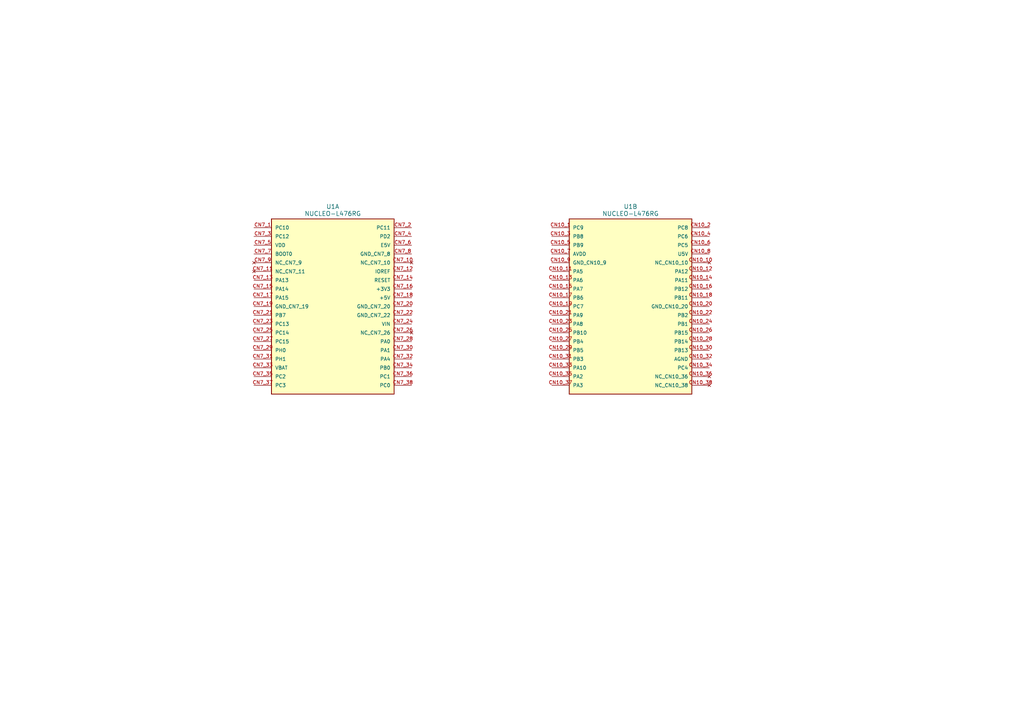
<source format=kicad_sch>
(kicad_sch (version 20230121) (generator eeschema)

  (uuid 98d35679-0895-4c8b-b728-bcd9168520e6)

  (paper "A4")

  (lib_symbols
    (symbol "NUCLEO-L476RG:NUCLEO-L476RG" (pin_names (offset 1.016)) (in_bom yes) (on_board yes)
      (property "Reference" "U" (at -17.78 26.162 0)
        (effects (font (size 1.27 1.27)) (justify left bottom))
      )
      (property "Value" "NUCLEO-L476RG" (at -17.78 -27.94 0)
        (effects (font (size 1.27 1.27)) (justify left bottom))
      )
      (property "Footprint" "NUCLEO-L476RG:MODULE_NUCLEO-L476RG" (at 0 0 0)
        (effects (font (size 1.27 1.27)) (justify bottom) hide)
      )
      (property "Datasheet" "" (at 0 0 0)
        (effects (font (size 1.27 1.27)) hide)
      )
      (property "MF" "STMicroelectronics" (at 0 0 0)
        (effects (font (size 1.27 1.27)) (justify bottom) hide)
      )
      (property "Description" "\nSTM32L476RG, mbed-Enabled Development Nucleo-64 STM32L4 ARM® Cortex®-M4 MCU 32-Bit Embedded Evaluation Board\n" (at 0 0 0)
        (effects (font (size 1.27 1.27)) (justify bottom) hide)
      )
      (property "Package" "None" (at 0 0 0)
        (effects (font (size 1.27 1.27)) (justify bottom) hide)
      )
      (property "Price" "None" (at 0 0 0)
        (effects (font (size 1.27 1.27)) (justify bottom) hide)
      )
      (property "Check_prices" "https://www.snapeda.com/parts/NUCLEO-L476RG/STMicroelectronics/view-part/?ref=eda" (at 0 0 0)
        (effects (font (size 1.27 1.27)) (justify bottom) hide)
      )
      (property "STANDARD" "Manufacturer Recommendations" (at 0 0 0)
        (effects (font (size 1.27 1.27)) (justify bottom) hide)
      )
      (property "PARTREV" "15" (at 0 0 0)
        (effects (font (size 1.27 1.27)) (justify bottom) hide)
      )
      (property "SnapEDA_Link" "https://www.snapeda.com/parts/NUCLEO-L476RG/STMicroelectronics/view-part/?ref=snap" (at 0 0 0)
        (effects (font (size 1.27 1.27)) (justify bottom) hide)
      )
      (property "MP" "NUCLEO-L476RG" (at 0 0 0)
        (effects (font (size 1.27 1.27)) (justify bottom) hide)
      )
      (property "Purchase-URL" "https://www.snapeda.com/api/url_track_click_mouser/?unipart_id=214577&manufacturer=STMicroelectronics&part_name=NUCLEO-L476RG&search_term=nucleo l476" (at 0 0 0)
        (effects (font (size 1.27 1.27)) (justify bottom) hide)
      )
      (property "Availability" "In Stock" (at 0 0 0)
        (effects (font (size 1.27 1.27)) (justify bottom) hide)
      )
      (property "MANUFACTURER" "STmicroelectronics" (at 0 0 0)
        (effects (font (size 1.27 1.27)) (justify bottom) hide)
      )
      (symbol "NUCLEO-L476RG_1_0"
        (rectangle (start -17.78 -25.4) (end 17.78 25.4)
          (stroke (width 0.254) (type default))
          (fill (type background))
        )
        (pin bidirectional line (at -22.86 22.86 0) (length 5.08)
          (name "PC10" (effects (font (size 1.016 1.016))))
          (number "CN7_1" (effects (font (size 1.016 1.016))))
        )
        (pin no_connect line (at 22.86 12.7 180) (length 5.08)
          (name "NC_CN7_10" (effects (font (size 1.016 1.016))))
          (number "CN7_10" (effects (font (size 1.016 1.016))))
        )
        (pin no_connect line (at -22.86 10.16 0) (length 5.08)
          (name "NC_CN7_11" (effects (font (size 1.016 1.016))))
          (number "CN7_11" (effects (font (size 1.016 1.016))))
        )
        (pin input line (at 22.86 10.16 180) (length 5.08)
          (name "IOREF" (effects (font (size 1.016 1.016))))
          (number "CN7_12" (effects (font (size 1.016 1.016))))
        )
        (pin bidirectional line (at -22.86 7.62 0) (length 5.08)
          (name "PA13" (effects (font (size 1.016 1.016))))
          (number "CN7_13" (effects (font (size 1.016 1.016))))
        )
        (pin input line (at 22.86 7.62 180) (length 5.08)
          (name "RESET" (effects (font (size 1.016 1.016))))
          (number "CN7_14" (effects (font (size 1.016 1.016))))
        )
        (pin bidirectional line (at -22.86 5.08 0) (length 5.08)
          (name "PA14" (effects (font (size 1.016 1.016))))
          (number "CN7_15" (effects (font (size 1.016 1.016))))
        )
        (pin power_in line (at 22.86 5.08 180) (length 5.08)
          (name "+3V3" (effects (font (size 1.016 1.016))))
          (number "CN7_16" (effects (font (size 1.016 1.016))))
        )
        (pin bidirectional line (at -22.86 2.54 0) (length 5.08)
          (name "PA15" (effects (font (size 1.016 1.016))))
          (number "CN7_17" (effects (font (size 1.016 1.016))))
        )
        (pin power_in line (at 22.86 2.54 180) (length 5.08)
          (name "+5V" (effects (font (size 1.016 1.016))))
          (number "CN7_18" (effects (font (size 1.016 1.016))))
        )
        (pin power_in line (at -22.86 0 0) (length 5.08)
          (name "GND_CN7_19" (effects (font (size 1.016 1.016))))
          (number "CN7_19" (effects (font (size 1.016 1.016))))
        )
        (pin bidirectional line (at 22.86 22.86 180) (length 5.08)
          (name "PC11" (effects (font (size 1.016 1.016))))
          (number "CN7_2" (effects (font (size 1.016 1.016))))
        )
        (pin power_in line (at 22.86 0 180) (length 5.08)
          (name "GND_CN7_20" (effects (font (size 1.016 1.016))))
          (number "CN7_20" (effects (font (size 1.016 1.016))))
        )
        (pin bidirectional line (at -22.86 -2.54 0) (length 5.08)
          (name "PB7" (effects (font (size 1.016 1.016))))
          (number "CN7_21" (effects (font (size 1.016 1.016))))
        )
        (pin power_in line (at 22.86 -2.54 180) (length 5.08)
          (name "GND_CN7_22" (effects (font (size 1.016 1.016))))
          (number "CN7_22" (effects (font (size 1.016 1.016))))
        )
        (pin bidirectional line (at -22.86 -5.08 0) (length 5.08)
          (name "PC13" (effects (font (size 1.016 1.016))))
          (number "CN7_23" (effects (font (size 1.016 1.016))))
        )
        (pin power_in line (at 22.86 -5.08 180) (length 5.08)
          (name "VIN" (effects (font (size 1.016 1.016))))
          (number "CN7_24" (effects (font (size 1.016 1.016))))
        )
        (pin bidirectional line (at -22.86 -7.62 0) (length 5.08)
          (name "PC14" (effects (font (size 1.016 1.016))))
          (number "CN7_25" (effects (font (size 1.016 1.016))))
        )
        (pin no_connect line (at 22.86 -7.62 180) (length 5.08)
          (name "NC_CN7_26" (effects (font (size 1.016 1.016))))
          (number "CN7_26" (effects (font (size 1.016 1.016))))
        )
        (pin bidirectional line (at -22.86 -10.16 0) (length 5.08)
          (name "PC15" (effects (font (size 1.016 1.016))))
          (number "CN7_27" (effects (font (size 1.016 1.016))))
        )
        (pin bidirectional line (at 22.86 -10.16 180) (length 5.08)
          (name "PA0" (effects (font (size 1.016 1.016))))
          (number "CN7_28" (effects (font (size 1.016 1.016))))
        )
        (pin bidirectional line (at -22.86 -12.7 0) (length 5.08)
          (name "PH0" (effects (font (size 1.016 1.016))))
          (number "CN7_29" (effects (font (size 1.016 1.016))))
        )
        (pin bidirectional line (at -22.86 20.32 0) (length 5.08)
          (name "PC12" (effects (font (size 1.016 1.016))))
          (number "CN7_3" (effects (font (size 1.016 1.016))))
        )
        (pin bidirectional line (at 22.86 -12.7 180) (length 5.08)
          (name "PA1" (effects (font (size 1.016 1.016))))
          (number "CN7_30" (effects (font (size 1.016 1.016))))
        )
        (pin bidirectional line (at -22.86 -15.24 0) (length 5.08)
          (name "PH1" (effects (font (size 1.016 1.016))))
          (number "CN7_31" (effects (font (size 1.016 1.016))))
        )
        (pin bidirectional line (at 22.86 -15.24 180) (length 5.08)
          (name "PA4" (effects (font (size 1.016 1.016))))
          (number "CN7_32" (effects (font (size 1.016 1.016))))
        )
        (pin power_in line (at -22.86 -17.78 0) (length 5.08)
          (name "VBAT" (effects (font (size 1.016 1.016))))
          (number "CN7_33" (effects (font (size 1.016 1.016))))
        )
        (pin bidirectional line (at 22.86 -17.78 180) (length 5.08)
          (name "PB0" (effects (font (size 1.016 1.016))))
          (number "CN7_34" (effects (font (size 1.016 1.016))))
        )
        (pin bidirectional line (at -22.86 -20.32 0) (length 5.08)
          (name "PC2" (effects (font (size 1.016 1.016))))
          (number "CN7_35" (effects (font (size 1.016 1.016))))
        )
        (pin bidirectional line (at 22.86 -20.32 180) (length 5.08)
          (name "PC1" (effects (font (size 1.016 1.016))))
          (number "CN7_36" (effects (font (size 1.016 1.016))))
        )
        (pin bidirectional line (at -22.86 -22.86 0) (length 5.08)
          (name "PC3" (effects (font (size 1.016 1.016))))
          (number "CN7_37" (effects (font (size 1.016 1.016))))
        )
        (pin bidirectional line (at 22.86 -22.86 180) (length 5.08)
          (name "PC0" (effects (font (size 1.016 1.016))))
          (number "CN7_38" (effects (font (size 1.016 1.016))))
        )
        (pin bidirectional line (at 22.86 20.32 180) (length 5.08)
          (name "PD2" (effects (font (size 1.016 1.016))))
          (number "CN7_4" (effects (font (size 1.016 1.016))))
        )
        (pin power_in line (at -22.86 17.78 0) (length 5.08)
          (name "VDD" (effects (font (size 1.016 1.016))))
          (number "CN7_5" (effects (font (size 1.016 1.016))))
        )
        (pin power_in line (at 22.86 17.78 180) (length 5.08)
          (name "E5V" (effects (font (size 1.016 1.016))))
          (number "CN7_6" (effects (font (size 1.016 1.016))))
        )
        (pin input line (at -22.86 15.24 0) (length 5.08)
          (name "BOOT0" (effects (font (size 1.016 1.016))))
          (number "CN7_7" (effects (font (size 1.016 1.016))))
        )
        (pin power_in line (at 22.86 15.24 180) (length 5.08)
          (name "GND_CN7_8" (effects (font (size 1.016 1.016))))
          (number "CN7_8" (effects (font (size 1.016 1.016))))
        )
        (pin no_connect line (at -22.86 12.7 0) (length 5.08)
          (name "NC_CN7_9" (effects (font (size 1.016 1.016))))
          (number "CN7_9" (effects (font (size 1.016 1.016))))
        )
      )
      (symbol "NUCLEO-L476RG_2_0"
        (rectangle (start -17.78 -25.4) (end 17.78 25.4)
          (stroke (width 0.254) (type default))
          (fill (type background))
        )
        (pin bidirectional line (at -22.86 22.86 0) (length 5.08)
          (name "PC9" (effects (font (size 1.016 1.016))))
          (number "CN10_1" (effects (font (size 1.016 1.016))))
        )
        (pin no_connect line (at 22.86 12.7 180) (length 5.08)
          (name "NC_CN10_10" (effects (font (size 1.016 1.016))))
          (number "CN10_10" (effects (font (size 1.016 1.016))))
        )
        (pin bidirectional line (at -22.86 10.16 0) (length 5.08)
          (name "PA5" (effects (font (size 1.016 1.016))))
          (number "CN10_11" (effects (font (size 1.016 1.016))))
        )
        (pin bidirectional line (at 22.86 10.16 180) (length 5.08)
          (name "PA12" (effects (font (size 1.016 1.016))))
          (number "CN10_12" (effects (font (size 1.016 1.016))))
        )
        (pin bidirectional line (at -22.86 7.62 0) (length 5.08)
          (name "PA6" (effects (font (size 1.016 1.016))))
          (number "CN10_13" (effects (font (size 1.016 1.016))))
        )
        (pin bidirectional line (at 22.86 7.62 180) (length 5.08)
          (name "PA11" (effects (font (size 1.016 1.016))))
          (number "CN10_14" (effects (font (size 1.016 1.016))))
        )
        (pin bidirectional line (at -22.86 5.08 0) (length 5.08)
          (name "PA7" (effects (font (size 1.016 1.016))))
          (number "CN10_15" (effects (font (size 1.016 1.016))))
        )
        (pin bidirectional line (at 22.86 5.08 180) (length 5.08)
          (name "PB12" (effects (font (size 1.016 1.016))))
          (number "CN10_16" (effects (font (size 1.016 1.016))))
        )
        (pin bidirectional line (at -22.86 2.54 0) (length 5.08)
          (name "PB6" (effects (font (size 1.016 1.016))))
          (number "CN10_17" (effects (font (size 1.016 1.016))))
        )
        (pin bidirectional line (at 22.86 2.54 180) (length 5.08)
          (name "PB11" (effects (font (size 1.016 1.016))))
          (number "CN10_18" (effects (font (size 1.016 1.016))))
        )
        (pin bidirectional line (at -22.86 0 0) (length 5.08)
          (name "PC7" (effects (font (size 1.016 1.016))))
          (number "CN10_19" (effects (font (size 1.016 1.016))))
        )
        (pin bidirectional line (at 22.86 22.86 180) (length 5.08)
          (name "PC8" (effects (font (size 1.016 1.016))))
          (number "CN10_2" (effects (font (size 1.016 1.016))))
        )
        (pin power_in line (at 22.86 0 180) (length 5.08)
          (name "GND_CN10_20" (effects (font (size 1.016 1.016))))
          (number "CN10_20" (effects (font (size 1.016 1.016))))
        )
        (pin bidirectional line (at -22.86 -2.54 0) (length 5.08)
          (name "PA9" (effects (font (size 1.016 1.016))))
          (number "CN10_21" (effects (font (size 1.016 1.016))))
        )
        (pin bidirectional line (at 22.86 -2.54 180) (length 5.08)
          (name "PB2" (effects (font (size 1.016 1.016))))
          (number "CN10_22" (effects (font (size 1.016 1.016))))
        )
        (pin bidirectional line (at -22.86 -5.08 0) (length 5.08)
          (name "PA8" (effects (font (size 1.016 1.016))))
          (number "CN10_23" (effects (font (size 1.016 1.016))))
        )
        (pin bidirectional line (at 22.86 -5.08 180) (length 5.08)
          (name "PB1" (effects (font (size 1.016 1.016))))
          (number "CN10_24" (effects (font (size 1.016 1.016))))
        )
        (pin bidirectional line (at -22.86 -7.62 0) (length 5.08)
          (name "PB10" (effects (font (size 1.016 1.016))))
          (number "CN10_25" (effects (font (size 1.016 1.016))))
        )
        (pin bidirectional line (at 22.86 -7.62 180) (length 5.08)
          (name "PB15" (effects (font (size 1.016 1.016))))
          (number "CN10_26" (effects (font (size 1.016 1.016))))
        )
        (pin bidirectional line (at -22.86 -10.16 0) (length 5.08)
          (name "PB4" (effects (font (size 1.016 1.016))))
          (number "CN10_27" (effects (font (size 1.016 1.016))))
        )
        (pin bidirectional line (at 22.86 -10.16 180) (length 5.08)
          (name "PB14" (effects (font (size 1.016 1.016))))
          (number "CN10_28" (effects (font (size 1.016 1.016))))
        )
        (pin bidirectional line (at -22.86 -12.7 0) (length 5.08)
          (name "PB5" (effects (font (size 1.016 1.016))))
          (number "CN10_29" (effects (font (size 1.016 1.016))))
        )
        (pin bidirectional line (at -22.86 20.32 0) (length 5.08)
          (name "PB8" (effects (font (size 1.016 1.016))))
          (number "CN10_3" (effects (font (size 1.016 1.016))))
        )
        (pin bidirectional line (at 22.86 -12.7 180) (length 5.08)
          (name "PB13" (effects (font (size 1.016 1.016))))
          (number "CN10_30" (effects (font (size 1.016 1.016))))
        )
        (pin bidirectional line (at -22.86 -15.24 0) (length 5.08)
          (name "PB3" (effects (font (size 1.016 1.016))))
          (number "CN10_31" (effects (font (size 1.016 1.016))))
        )
        (pin power_in line (at 22.86 -15.24 180) (length 5.08)
          (name "AGND" (effects (font (size 1.016 1.016))))
          (number "CN10_32" (effects (font (size 1.016 1.016))))
        )
        (pin bidirectional line (at -22.86 -17.78 0) (length 5.08)
          (name "PA10" (effects (font (size 1.016 1.016))))
          (number "CN10_33" (effects (font (size 1.016 1.016))))
        )
        (pin bidirectional line (at 22.86 -17.78 180) (length 5.08)
          (name "PC4" (effects (font (size 1.016 1.016))))
          (number "CN10_34" (effects (font (size 1.016 1.016))))
        )
        (pin bidirectional line (at -22.86 -20.32 0) (length 5.08)
          (name "PA2" (effects (font (size 1.016 1.016))))
          (number "CN10_35" (effects (font (size 1.016 1.016))))
        )
        (pin no_connect line (at 22.86 -20.32 180) (length 5.08)
          (name "NC_CN10_36" (effects (font (size 1.016 1.016))))
          (number "CN10_36" (effects (font (size 1.016 1.016))))
        )
        (pin bidirectional line (at -22.86 -22.86 0) (length 5.08)
          (name "PA3" (effects (font (size 1.016 1.016))))
          (number "CN10_37" (effects (font (size 1.016 1.016))))
        )
        (pin no_connect line (at 22.86 -22.86 180) (length 5.08)
          (name "NC_CN10_38" (effects (font (size 1.016 1.016))))
          (number "CN10_38" (effects (font (size 1.016 1.016))))
        )
        (pin bidirectional line (at 22.86 20.32 180) (length 5.08)
          (name "PC6" (effects (font (size 1.016 1.016))))
          (number "CN10_4" (effects (font (size 1.016 1.016))))
        )
        (pin bidirectional line (at -22.86 17.78 0) (length 5.08)
          (name "PB9" (effects (font (size 1.016 1.016))))
          (number "CN10_5" (effects (font (size 1.016 1.016))))
        )
        (pin bidirectional line (at 22.86 17.78 180) (length 5.08)
          (name "PC5" (effects (font (size 1.016 1.016))))
          (number "CN10_6" (effects (font (size 1.016 1.016))))
        )
        (pin power_in line (at -22.86 15.24 0) (length 5.08)
          (name "AVDD" (effects (font (size 1.016 1.016))))
          (number "CN10_7" (effects (font (size 1.016 1.016))))
        )
        (pin power_in line (at 22.86 15.24 180) (length 5.08)
          (name "U5V" (effects (font (size 1.016 1.016))))
          (number "CN10_8" (effects (font (size 1.016 1.016))))
        )
        (pin power_in line (at -22.86 12.7 0) (length 5.08)
          (name "GND_CN10_9" (effects (font (size 1.016 1.016))))
          (number "CN10_9" (effects (font (size 1.016 1.016))))
        )
      )
    )
  )


  (symbol (lib_id "NUCLEO-L476RG:NUCLEO-L476RG") (at 182.88 88.9 0) (unit 2)
    (in_bom yes) (on_board yes) (dnp no) (fields_autoplaced)
    (uuid 4342b79d-830d-4de3-bc21-6cee5445ae61)
    (property "Reference" "U1" (at 182.88 59.92 0)
      (effects (font (size 1.27 1.27)))
    )
    (property "Value" "NUCLEO-L476RG" (at 182.88 61.968 0)
      (effects (font (size 1.27 1.27)))
    )
    (property "Footprint" "NUCLEO-L476RG:MODULE_NUCLEO-L476RG" (at 182.88 88.9 0)
      (effects (font (size 1.27 1.27)) (justify bottom) hide)
    )
    (property "Datasheet" "" (at 182.88 88.9 0)
      (effects (font (size 1.27 1.27)) hide)
    )
    (property "MF" "STMicroelectronics" (at 182.88 88.9 0)
      (effects (font (size 1.27 1.27)) (justify bottom) hide)
    )
    (property "Description" "\nSTM32L476RG, mbed-Enabled Development Nucleo-64 STM32L4 ARM® Cortex®-M4 MCU 32-Bit Embedded Evaluation Board\n" (at 182.88 88.9 0)
      (effects (font (size 1.27 1.27)) (justify bottom) hide)
    )
    (property "Package" "None" (at 182.88 88.9 0)
      (effects (font (size 1.27 1.27)) (justify bottom) hide)
    )
    (property "Price" "None" (at 182.88 88.9 0)
      (effects (font (size 1.27 1.27)) (justify bottom) hide)
    )
    (property "Check_prices" "https://www.snapeda.com/parts/NUCLEO-L476RG/STMicroelectronics/view-part/?ref=eda" (at 182.88 88.9 0)
      (effects (font (size 1.27 1.27)) (justify bottom) hide)
    )
    (property "STANDARD" "Manufacturer Recommendations" (at 182.88 88.9 0)
      (effects (font (size 1.27 1.27)) (justify bottom) hide)
    )
    (property "PARTREV" "15" (at 182.88 88.9 0)
      (effects (font (size 1.27 1.27)) (justify bottom) hide)
    )
    (property "SnapEDA_Link" "https://www.snapeda.com/parts/NUCLEO-L476RG/STMicroelectronics/view-part/?ref=snap" (at 182.88 88.9 0)
      (effects (font (size 1.27 1.27)) (justify bottom) hide)
    )
    (property "MP" "NUCLEO-L476RG" (at 182.88 88.9 0)
      (effects (font (size 1.27 1.27)) (justify bottom) hide)
    )
    (property "Purchase-URL" "https://www.snapeda.com/api/url_track_click_mouser/?unipart_id=214577&manufacturer=STMicroelectronics&part_name=NUCLEO-L476RG&search_term=nucleo l476" (at 182.88 88.9 0)
      (effects (font (size 1.27 1.27)) (justify bottom) hide)
    )
    (property "Availability" "In Stock" (at 182.88 88.9 0)
      (effects (font (size 1.27 1.27)) (justify bottom) hide)
    )
    (property "MANUFACTURER" "STmicroelectronics" (at 182.88 88.9 0)
      (effects (font (size 1.27 1.27)) (justify bottom) hide)
    )
    (pin "CN7_1" (uuid 29cf2c88-3d08-46a3-988b-7c14185cb302))
    (pin "CN7_10" (uuid da5b7629-c82a-475d-8dbe-05ddb378c028))
    (pin "CN7_11" (uuid f52a810c-47f1-4e4d-88ae-4e58da02b2e0))
    (pin "CN7_12" (uuid 3ccf4a2b-b922-4425-8e30-fe6d47e50591))
    (pin "CN7_13" (uuid 34c4f520-fff1-4b64-bb9b-bb2fc7ea7fb7))
    (pin "CN7_14" (uuid 351185f9-c3c6-4522-b24e-38e78a6cb567))
    (pin "CN7_15" (uuid 35fa9657-dd32-4bc6-8b18-186f87b91e2d))
    (pin "CN7_16" (uuid f6b5efd5-e951-4437-8562-9d0b1eccf773))
    (pin "CN7_17" (uuid 3f5369fc-c1a0-40fc-b885-9a9f1667f5c8))
    (pin "CN7_18" (uuid 9762fc60-f00a-4487-9c23-cf84305f0719))
    (pin "CN7_19" (uuid b9a39deb-76f2-4614-8174-596e3cb91a4b))
    (pin "CN7_2" (uuid 744de760-4a86-4631-9fea-734b9a44bef9))
    (pin "CN7_20" (uuid 6f050784-747b-4d2e-8da7-85e3f86a360a))
    (pin "CN7_21" (uuid 2f5a89a8-f6fe-414e-b927-84785afbad6a))
    (pin "CN7_22" (uuid 5e483947-5ce3-4480-bf34-8e28276e7b88))
    (pin "CN7_23" (uuid 234f16c7-7c09-4c06-af02-4f80eeb8058b))
    (pin "CN7_24" (uuid c7282e2b-a665-44c3-925a-20c3cafa7204))
    (pin "CN7_25" (uuid 1274c596-6acf-4bf8-9752-e71d8468d5b6))
    (pin "CN7_26" (uuid bd433624-7d57-4abf-b864-e03a8f063a63))
    (pin "CN7_27" (uuid bc2471f1-a9a3-4594-8aae-ccbaf77349ef))
    (pin "CN7_28" (uuid 11d1777e-97b5-48a9-bf1e-a7297196dbd1))
    (pin "CN7_29" (uuid dc12a026-8a94-4a46-a560-c01bd31a253b))
    (pin "CN7_3" (uuid a73df213-afe7-4310-b38d-2cee519292ed))
    (pin "CN7_30" (uuid 8468c14d-da01-462e-a6ea-f486aa27316e))
    (pin "CN7_31" (uuid c85e1692-283e-4e94-8876-9ce71395abcd))
    (pin "CN7_32" (uuid 2bbdfe15-a91d-452d-8747-936055185678))
    (pin "CN7_33" (uuid 69a2526a-c046-4f18-8b0d-4ee1d8f5d9b6))
    (pin "CN7_34" (uuid 2165cd26-2fdd-4a8f-8925-ceae3103791d))
    (pin "CN7_35" (uuid fccf3a2c-50d7-428d-b0fb-3dc30f6fdfbc))
    (pin "CN7_36" (uuid 9e3ba47c-9bb4-453e-a2e1-6fa7e5d052ec))
    (pin "CN7_37" (uuid 9b0106a2-5d4c-43ab-98e5-88fc1f9104a0))
    (pin "CN7_38" (uuid a5e8c120-10a6-455f-ae15-faa1a33166ee))
    (pin "CN7_4" (uuid 311ed9c2-81a1-46d8-840c-314b0870eed6))
    (pin "CN7_5" (uuid 5e14eb7f-a534-49c2-b1d0-e36ac26f7989))
    (pin "CN7_6" (uuid b8753872-9b82-4bc8-a1b5-0cbd5c2b7e62))
    (pin "CN7_7" (uuid c11ebb14-0695-4e64-ac78-116606c66a3d))
    (pin "CN7_8" (uuid ae64bc34-be3e-4de1-8a3d-20ed4247af83))
    (pin "CN7_9" (uuid 676ddf52-cb10-4d90-be27-1e5192b4dc02))
    (pin "CN10_1" (uuid 7110708c-ee73-4465-86b2-24762830b178))
    (pin "CN10_10" (uuid e2ece07d-601d-4579-b0c8-13f9b154249a))
    (pin "CN10_11" (uuid 85a6c4a6-efe3-4694-b30d-57c667cb49ea))
    (pin "CN10_12" (uuid 09eda8e7-5c52-4c95-b8dc-7638c55f7e71))
    (pin "CN10_13" (uuid 9af1dad9-822c-4792-a47c-465344351e95))
    (pin "CN10_14" (uuid b0468315-54d0-4930-9bcb-d0a178d67120))
    (pin "CN10_15" (uuid 6edeccf0-70a5-40a7-8601-ab965fbc2015))
    (pin "CN10_16" (uuid e31a1f9c-a738-4294-8243-ebde89601142))
    (pin "CN10_17" (uuid 059613db-885e-453b-aee5-1eee5ab59eef))
    (pin "CN10_18" (uuid dbce40d0-d986-4209-a5ba-7b63a1131ada))
    (pin "CN10_19" (uuid 7fa458cf-fe14-4030-92a6-dfe83995b993))
    (pin "CN10_2" (uuid baddf4bb-cb13-474f-a82a-b9e0abd3bf0e))
    (pin "CN10_20" (uuid 19d66ec0-6ab4-4dbd-8bf8-9ad355447ce1))
    (pin "CN10_21" (uuid a29829df-1737-49fc-afaa-b6c429808a6c))
    (pin "CN10_22" (uuid fc38bb10-3127-47a4-a86b-d91ad6ca7ec8))
    (pin "CN10_23" (uuid 5cf7d0a1-35a6-48fb-bd71-6b56f7988c5b))
    (pin "CN10_24" (uuid d71a3c2c-eb23-4fe5-8cfe-ece11fe9a297))
    (pin "CN10_25" (uuid bbf71736-6229-4df3-83f9-5aaa7e1f6c6f))
    (pin "CN10_26" (uuid 925c8fcf-f796-4c83-91b8-32c2e10d025f))
    (pin "CN10_27" (uuid 86b0e907-bf6a-4a68-8bdf-c275195552a2))
    (pin "CN10_28" (uuid 615ba93f-73a5-4431-a95e-d08616c13676))
    (pin "CN10_29" (uuid 0ed77801-2d7a-43c2-bbbe-803648660ad3))
    (pin "CN10_3" (uuid 5b50b91c-f694-47ba-b173-c6e7a4c4c109))
    (pin "CN10_30" (uuid 5b88f6ef-47ba-4d86-a61a-89a0c30f88bc))
    (pin "CN10_31" (uuid 1dfe7674-b6f5-4632-a82b-20696ce704da))
    (pin "CN10_32" (uuid 42288c52-25c9-4c4c-9f0b-0eff0efd41b0))
    (pin "CN10_33" (uuid 2676ff6f-8173-4451-b5f6-d4351d6be9fb))
    (pin "CN10_34" (uuid 0205e045-ebf8-4e21-a5c0-505f03578c33))
    (pin "CN10_35" (uuid e386f5ce-2692-4c8e-909f-32e0c9d1e4d7))
    (pin "CN10_36" (uuid 892f1461-5a8f-452e-93c1-d093fbd20eb0))
    (pin "CN10_37" (uuid ff4e9874-8179-4201-bbaf-5450d6db9d6a))
    (pin "CN10_38" (uuid 62337826-2aac-4705-9df3-c64c47f98c45))
    (pin "CN10_4" (uuid fcca5216-7f41-4822-abd3-549d5606921a))
    (pin "CN10_5" (uuid 4e69828b-c2a3-4f34-9f72-0534710a4f18))
    (pin "CN10_6" (uuid 8a2388e2-76cd-42c1-9508-17fc2feba7e0))
    (pin "CN10_7" (uuid 2126470c-83bd-45e2-887e-287f3d8ce9de))
    (pin "CN10_8" (uuid a9ca1aeb-beb8-4d61-a920-90d0fe9ca069))
    (pin "CN10_9" (uuid 0a89cf38-b37a-415d-89c7-e458aeca8bd7))
    (instances
      (project "NUCLEO_L476_DEV"
        (path "/98d35679-0895-4c8b-b728-bcd9168520e6"
          (reference "U1") (unit 2)
        )
      )
    )
  )

  (symbol (lib_id "NUCLEO-L476RG:NUCLEO-L476RG") (at 96.52 88.9 0) (unit 1)
    (in_bom yes) (on_board yes) (dnp no) (fields_autoplaced)
    (uuid b17eb965-cedc-4d7c-93b0-d87b99063f0a)
    (property "Reference" "U1" (at 96.52 59.92 0)
      (effects (font (size 1.27 1.27)))
    )
    (property "Value" "NUCLEO-L476RG" (at 96.52 61.968 0)
      (effects (font (size 1.27 1.27)))
    )
    (property "Footprint" "NUCLEO-L476RG:MODULE_NUCLEO-L476RG" (at 96.52 88.9 0)
      (effects (font (size 1.27 1.27)) (justify bottom) hide)
    )
    (property "Datasheet" "" (at 96.52 88.9 0)
      (effects (font (size 1.27 1.27)) hide)
    )
    (property "MF" "STMicroelectronics" (at 96.52 88.9 0)
      (effects (font (size 1.27 1.27)) (justify bottom) hide)
    )
    (property "Description" "\nSTM32L476RG, mbed-Enabled Development Nucleo-64 STM32L4 ARM® Cortex®-M4 MCU 32-Bit Embedded Evaluation Board\n" (at 96.52 88.9 0)
      (effects (font (size 1.27 1.27)) (justify bottom) hide)
    )
    (property "Package" "None" (at 96.52 88.9 0)
      (effects (font (size 1.27 1.27)) (justify bottom) hide)
    )
    (property "Price" "None" (at 96.52 88.9 0)
      (effects (font (size 1.27 1.27)) (justify bottom) hide)
    )
    (property "Check_prices" "https://www.snapeda.com/parts/NUCLEO-L476RG/STMicroelectronics/view-part/?ref=eda" (at 96.52 88.9 0)
      (effects (font (size 1.27 1.27)) (justify bottom) hide)
    )
    (property "STANDARD" "Manufacturer Recommendations" (at 96.52 88.9 0)
      (effects (font (size 1.27 1.27)) (justify bottom) hide)
    )
    (property "PARTREV" "15" (at 96.52 88.9 0)
      (effects (font (size 1.27 1.27)) (justify bottom) hide)
    )
    (property "SnapEDA_Link" "https://www.snapeda.com/parts/NUCLEO-L476RG/STMicroelectronics/view-part/?ref=snap" (at 96.52 88.9 0)
      (effects (font (size 1.27 1.27)) (justify bottom) hide)
    )
    (property "MP" "NUCLEO-L476RG" (at 96.52 88.9 0)
      (effects (font (size 1.27 1.27)) (justify bottom) hide)
    )
    (property "Purchase-URL" "https://www.snapeda.com/api/url_track_click_mouser/?unipart_id=214577&manufacturer=STMicroelectronics&part_name=NUCLEO-L476RG&search_term=nucleo l476" (at 96.52 88.9 0)
      (effects (font (size 1.27 1.27)) (justify bottom) hide)
    )
    (property "Availability" "In Stock" (at 96.52 88.9 0)
      (effects (font (size 1.27 1.27)) (justify bottom) hide)
    )
    (property "MANUFACTURER" "STmicroelectronics" (at 96.52 88.9 0)
      (effects (font (size 1.27 1.27)) (justify bottom) hide)
    )
    (pin "CN7_1" (uuid d6506f46-32ea-4f0d-abb2-7ae98dc0c652))
    (pin "CN7_10" (uuid 0ea016a9-b1a7-48b6-b5f1-1acbe5726ea1))
    (pin "CN7_11" (uuid be8fce9d-f532-4460-b29d-c20f42afec4f))
    (pin "CN7_12" (uuid 89547a82-b134-4b43-aeda-d52938f12a35))
    (pin "CN7_13" (uuid 9b86781a-d4c8-41a4-88b9-91b1d4c6edd8))
    (pin "CN7_14" (uuid 0d31afff-5ac8-456a-b3b3-71cd5bba1ecd))
    (pin "CN7_15" (uuid 5932e061-cfb6-4227-a444-26c6736dd991))
    (pin "CN7_16" (uuid 04a8bdcf-7d73-4010-94ac-2a4842860ef0))
    (pin "CN7_17" (uuid 190d9d28-d512-4747-a9a4-48b0944395c1))
    (pin "CN7_18" (uuid f544029c-b17d-4a4b-bfc9-e6a12d88f2d8))
    (pin "CN7_19" (uuid 3cff907c-3b87-4d9a-ba00-e686e2e885b7))
    (pin "CN7_2" (uuid 4d9d1bae-c19f-40dd-ba19-4041c935339b))
    (pin "CN7_20" (uuid c5b899de-70e1-47f9-a83b-fedd9ba5ccd8))
    (pin "CN7_21" (uuid 76d914bc-6c45-455d-932f-4397055b72f8))
    (pin "CN7_22" (uuid fcc61b8b-75fd-4cb8-b440-81c8fb5a6463))
    (pin "CN7_23" (uuid cbb5a08c-318c-4d65-ba45-834a08837284))
    (pin "CN7_24" (uuid ffef921b-d688-472b-8327-a03e38543edd))
    (pin "CN7_25" (uuid 162bab5a-d3ed-4dc1-9ea3-8151c970d603))
    (pin "CN7_26" (uuid 4344e7f7-f34e-4adb-a464-e02a42480b1e))
    (pin "CN7_27" (uuid 05f5df7c-b297-4909-8453-fb0cfce21b6e))
    (pin "CN7_28" (uuid 2b6c4aba-d576-4bfa-8a1d-7df50b7276d0))
    (pin "CN7_29" (uuid 3c0dce4e-e6f4-4add-97c9-300188560a40))
    (pin "CN7_3" (uuid 91915331-d814-42db-be2a-0436b7f18de0))
    (pin "CN7_30" (uuid 74fd86d3-762b-4fa9-8ba2-7a3678e5c158))
    (pin "CN7_31" (uuid 47e7d513-40fc-4062-b1a4-3a2fda4f1555))
    (pin "CN7_32" (uuid ac144514-72b5-4961-8f61-d99d64a99bb1))
    (pin "CN7_33" (uuid 2bc149a3-1a1e-44b0-920f-bd81f62c4411))
    (pin "CN7_34" (uuid 54cd3dac-3757-4a89-9184-ddc1163822e3))
    (pin "CN7_35" (uuid ab715901-da1b-4712-8985-35ea3a0b8a40))
    (pin "CN7_36" (uuid 53a2860f-6da1-49ea-9368-dd562af7f4b4))
    (pin "CN7_37" (uuid cf88da1a-58f8-4804-b9f3-410b2ec4ebc2))
    (pin "CN7_38" (uuid 0c100c4c-e084-4f9f-8bca-614444664637))
    (pin "CN7_4" (uuid 52112516-ea22-4bf7-a121-57bdca35466e))
    (pin "CN7_5" (uuid 82eb4b62-157a-469b-bc42-5a3ba72feb16))
    (pin "CN7_6" (uuid ba40338c-4908-4423-8f82-0c8809b833e8))
    (pin "CN7_7" (uuid 9687cc76-4b37-4b60-b267-2979ab174b91))
    (pin "CN7_8" (uuid 42d5a4d4-3921-459f-949e-6da1889f8777))
    (pin "CN7_9" (uuid e9aef465-a731-4b3d-a63d-ff1a9a5a99c3))
    (pin "CN10_1" (uuid cfcd5b80-bf63-4f36-b4d7-f08f4062a9a4))
    (pin "CN10_10" (uuid b1d256eb-c060-47f2-8897-ed0c74a03f86))
    (pin "CN10_11" (uuid d4c181fc-95a7-4f35-a2f0-ad278f85b0fc))
    (pin "CN10_12" (uuid 6a4eb2a1-7e8b-4706-b139-22ecb46359cd))
    (pin "CN10_13" (uuid 58528dab-701a-4789-999e-910313943996))
    (pin "CN10_14" (uuid f9aa4631-ed1f-452a-b7db-0237cdfb309d))
    (pin "CN10_15" (uuid 1050ee30-6682-4a29-9613-9c2c7c685a01))
    (pin "CN10_16" (uuid 5df6d1c1-3f7a-4784-a62e-7037b3dd3ebf))
    (pin "CN10_17" (uuid 4f77ac8c-fb24-4851-ba02-6993337979ab))
    (pin "CN10_18" (uuid cd96e456-477f-4542-86c2-87fcf2e91758))
    (pin "CN10_19" (uuid e57b0453-3a12-4929-b508-46b369d79e5e))
    (pin "CN10_2" (uuid d35ff821-3a97-4842-aac3-9701da39352f))
    (pin "CN10_20" (uuid 8e8941fd-7d7b-4d3c-afa9-39c62975c0a7))
    (pin "CN10_21" (uuid 14c4602c-a05e-4776-a0c1-8905bf4b6afe))
    (pin "CN10_22" (uuid 5c811ca7-9598-4903-b3c4-6d61ece637a7))
    (pin "CN10_23" (uuid e1cdc0b6-93e3-4690-a680-0e30e54c4b51))
    (pin "CN10_24" (uuid 182774b9-6610-4dfc-a4ea-777bba35a46a))
    (pin "CN10_25" (uuid bd60e6b5-5b7a-4609-9c5b-eb7d557fc641))
    (pin "CN10_26" (uuid 7e7b37b5-b47d-475d-ace6-f63e095ffddd))
    (pin "CN10_27" (uuid 5aefbe34-0ec2-4203-bc02-9bb65babdbf4))
    (pin "CN10_28" (uuid 4d0d0b51-6ee1-4263-a425-9ddd92d40d9e))
    (pin "CN10_29" (uuid 6cf85764-0f16-4ef6-a056-66eb2593daa1))
    (pin "CN10_3" (uuid 498fc830-bde1-4224-9248-dcbee6a1adad))
    (pin "CN10_30" (uuid 61be5764-4e5f-446f-8cbb-aa863b9e65f8))
    (pin "CN10_31" (uuid 3fae9112-56b2-4675-ab26-9fa177b015c0))
    (pin "CN10_32" (uuid ea672507-b9fa-4357-9689-cb29e478bedf))
    (pin "CN10_33" (uuid 168ed931-a564-4e96-abbf-44c1f2241436))
    (pin "CN10_34" (uuid 10ace323-f58b-463f-8319-90b761dee2f7))
    (pin "CN10_35" (uuid 9af68e32-d447-4e7c-91d7-529fd76e8d2a))
    (pin "CN10_36" (uuid 28b8afc3-b52e-43b6-a490-b4a6abc931e6))
    (pin "CN10_37" (uuid f69d799e-0469-4d62-b6e5-2c1b8ad02def))
    (pin "CN10_38" (uuid 8a8f7bc2-4daa-491a-84ed-ae008d6d3c93))
    (pin "CN10_4" (uuid ee7ddbca-8646-4ca0-9d36-334937e5a33b))
    (pin "CN10_5" (uuid 05704f35-5c7f-4d6f-823e-bb66b0b3c3f7))
    (pin "CN10_6" (uuid 8649a5d9-16b2-4e0d-90ee-fcf64c898d45))
    (pin "CN10_7" (uuid cdc88593-c414-4e58-8436-1a6c35ab354f))
    (pin "CN10_8" (uuid cb7a7961-f995-44c4-8e88-5b12e44d1a2a))
    (pin "CN10_9" (uuid cf38fa42-e266-4df2-84d8-3b51c47fc5f3))
    (instances
      (project "NUCLEO_L476_DEV"
        (path "/98d35679-0895-4c8b-b728-bcd9168520e6"
          (reference "U1") (unit 1)
        )
      )
    )
  )

  (sheet_instances
    (path "/" (page "1"))
  )
)

</source>
